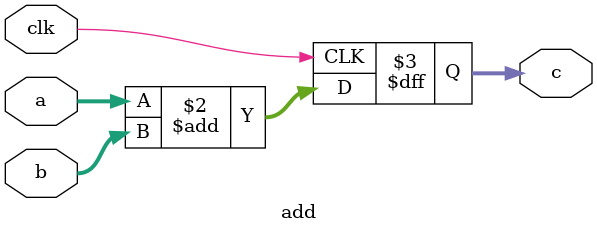
<source format=v>
module add(clk, a, b, c);

input clk;
input [7:0] a, b;
output reg [7:0] c;

always @(posedge clk)
begin
    c <= a + b;
end

endmodule

</source>
